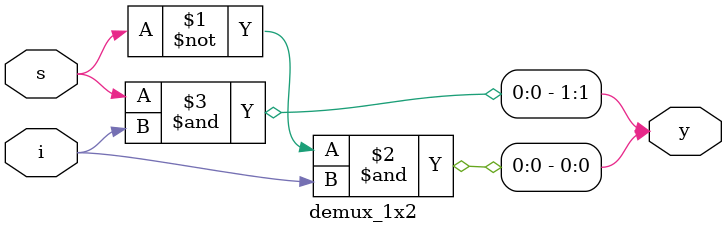
<source format=v>
`timescale 1ns / 1ps
module demux_1x2(y, s, i);
    output [1:0] y;
    input s;
    input i;
	 assign y[0] = ~s& i;
    assign y[1] = s & i;


endmodule

</source>
